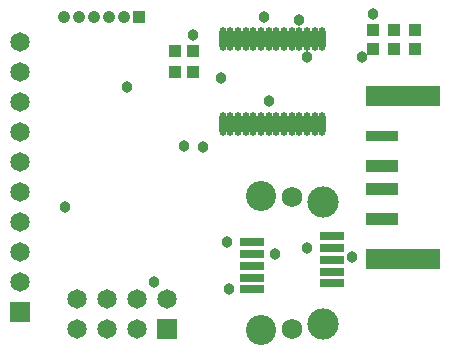
<source format=gts>
%FSLAX25Y25*%
%MOIN*%
G70*
G01*
G75*
G04 Layer_Color=8388736*
%ADD10R,0.07874X0.01969*%
%ADD11R,0.03543X0.03740*%
%ADD12R,0.03740X0.03543*%
%ADD13R,0.10268X0.03143*%
%ADD14R,0.10268X0.03543*%
%ADD15R,0.24016X0.06000*%
%ADD16O,0.01772X0.07284*%
%ADD17C,0.01500*%
%ADD18C,0.05906*%
%ADD19R,0.05906X0.05906*%
%ADD20R,0.05906X0.05906*%
%ADD21R,0.04200X0.04200*%
%ADD22C,0.04200*%
%ADD23C,0.03200*%
%ADD24C,0.09843*%
%ADD25C,0.09449*%
%ADD26C,0.06299*%
%ADD27C,0.01000*%
%ADD28C,0.02362*%
%ADD29C,0.00984*%
%ADD30C,0.02000*%
%ADD31C,0.00787*%
%ADD32C,0.00394*%
%ADD33C,0.01378*%
%ADD34R,0.08474X0.02569*%
%ADD35R,0.04143X0.04340*%
%ADD36R,0.04340X0.04143*%
%ADD37R,0.10868X0.03743*%
%ADD38R,0.10868X0.04143*%
%ADD39R,0.24616X0.06600*%
%ADD40O,0.02372X0.07883*%
%ADD41C,0.06506*%
%ADD42R,0.06506X0.06506*%
%ADD43R,0.06506X0.06506*%
%ADD44C,0.03800*%
%ADD45C,0.10443*%
%ADD46C,0.10049*%
%ADD47C,0.06899*%
D21*
X249000Y413500D02*
D03*
D22*
X244000D02*
D03*
X239000D02*
D03*
X234000D02*
D03*
X229000D02*
D03*
X224000D02*
D03*
D34*
X286614Y322642D02*
D03*
Y326579D02*
D03*
Y330516D02*
D03*
Y334453D02*
D03*
Y338390D02*
D03*
X313386Y324610D02*
D03*
Y328547D02*
D03*
Y332484D02*
D03*
Y336421D02*
D03*
Y340358D02*
D03*
D35*
X327000Y402898D02*
D03*
Y409000D02*
D03*
X341000Y402898D02*
D03*
Y409000D02*
D03*
X334000D02*
D03*
Y402898D02*
D03*
D36*
X267051Y402000D02*
D03*
X260949D02*
D03*
X267051Y395000D02*
D03*
X260949D02*
D03*
D37*
X330134Y373644D02*
D03*
D38*
Y363801D02*
D03*
Y346085D02*
D03*
Y355927D02*
D03*
D39*
X337008Y332750D02*
D03*
X337008Y386978D02*
D03*
D40*
X310134Y406173D02*
D03*
X307575D02*
D03*
X305016D02*
D03*
X302457D02*
D03*
X299898D02*
D03*
X297339D02*
D03*
X294780D02*
D03*
X292220D02*
D03*
X289661D02*
D03*
X287102D02*
D03*
X284543D02*
D03*
X281984D02*
D03*
X279425D02*
D03*
X276866D02*
D03*
X310134Y377827D02*
D03*
X307575D02*
D03*
X305016D02*
D03*
X302457D02*
D03*
X299898D02*
D03*
X297339D02*
D03*
X294780D02*
D03*
X292220D02*
D03*
X289661D02*
D03*
X287102D02*
D03*
X284543D02*
D03*
X281984D02*
D03*
X279425D02*
D03*
X276866D02*
D03*
D41*
X228500Y319500D02*
D03*
X238500Y309500D02*
D03*
Y319500D02*
D03*
X248500Y309500D02*
D03*
Y319500D02*
D03*
X258500D02*
D03*
X228500Y309500D02*
D03*
X209500Y335000D02*
D03*
Y405000D02*
D03*
Y395000D02*
D03*
Y385000D02*
D03*
Y375000D02*
D03*
Y365000D02*
D03*
Y355000D02*
D03*
Y345000D02*
D03*
Y325000D02*
D03*
D42*
X258500Y309500D02*
D03*
D43*
X209500Y315000D02*
D03*
D44*
X264000Y370500D02*
D03*
X294453Y334453D02*
D03*
X270500Y370000D02*
D03*
X279142Y322642D02*
D03*
X320000Y333500D02*
D03*
X254000Y325000D02*
D03*
X224500Y350000D02*
D03*
X278390Y338390D02*
D03*
X304921Y336421D02*
D03*
X245000Y390000D02*
D03*
X292220Y385280D02*
D03*
X302500Y412500D02*
D03*
X305000Y400000D02*
D03*
X276500Y393000D02*
D03*
X290812Y413500D02*
D03*
X323500Y400000D02*
D03*
X267051Y407449D02*
D03*
X327000Y414500D02*
D03*
D45*
X310236Y351776D02*
D03*
Y311224D02*
D03*
D46*
X289764Y353744D02*
D03*
Y309256D02*
D03*
D47*
X300000Y309453D02*
D03*
Y353547D02*
D03*
M02*

</source>
